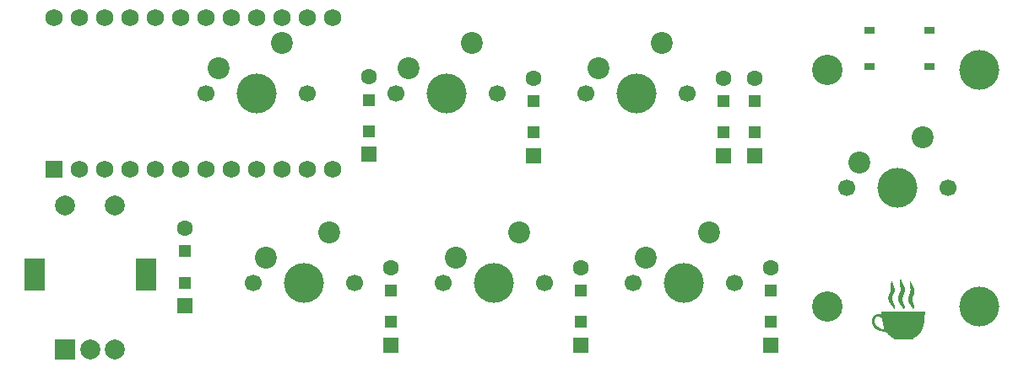
<source format=gbr>
%TF.GenerationSoftware,KiCad,Pcbnew,(5.99.0-2318-gf1aa7e523)*%
%TF.CreationDate,2020-10-19T15:18:08-05:00*%
%TF.ProjectId,micropa8,6d696372-6f70-4613-982e-6b696361645f,rev?*%
%TF.SameCoordinates,Original*%
%TF.FileFunction,Soldermask,Bot*%
%TF.FilePolarity,Negative*%
%FSLAX46Y46*%
G04 Gerber Fmt 4.6, Leading zero omitted, Abs format (unit mm)*
G04 Created by KiCad (PCBNEW (5.99.0-2318-gf1aa7e523)) date 2020-10-19 15:18:08*
%MOMM*%
%LPD*%
G01*
G04 APERTURE LIST*
%ADD10C,1.752600*%
%ADD11R,1.752600X1.752600*%
%ADD12C,1.700000*%
%ADD13C,4.000000*%
%ADD14C,2.200000*%
%ADD15C,1.600000*%
%ADD16R,1.600000X1.600000*%
%ADD17R,1.200000X1.200000*%
%ADD18C,2.000000*%
%ADD19R,2.000000X3.200000*%
%ADD20R,2.000000X2.000000*%
%ADD21C,3.050000*%
%ADD22R,0.998220X0.698500*%
G04 APERTURE END LIST*
%TO.C,G\u002A\u002A\u002A*%
G36*
X114818371Y-52232585D02*
G01*
X114837238Y-52246878D01*
X114855387Y-52273051D01*
X114872610Y-52310945D01*
X114892303Y-52361285D01*
X114910970Y-52405731D01*
X114929806Y-52446447D01*
X114950508Y-52486919D01*
X114974778Y-52530631D01*
X115004314Y-52581068D01*
X115043166Y-52647847D01*
X115085120Y-52725010D01*
X115119728Y-52795803D01*
X115147512Y-52861790D01*
X115168993Y-52924533D01*
X115184693Y-52985597D01*
X115195135Y-53046546D01*
X115200840Y-53108943D01*
X115202330Y-53174353D01*
X115202199Y-53187552D01*
X115200478Y-53242972D01*
X115196561Y-53294805D01*
X115190003Y-53345157D01*
X115180358Y-53396135D01*
X115167180Y-53449845D01*
X115150024Y-53508394D01*
X115128443Y-53573889D01*
X115101992Y-53648435D01*
X115083414Y-53700132D01*
X115065918Y-53751228D01*
X115052241Y-53795316D01*
X115041918Y-53834773D01*
X115034484Y-53871975D01*
X115029476Y-53909296D01*
X115026431Y-53949114D01*
X115024882Y-53993803D01*
X115024367Y-54045739D01*
X115024370Y-54077690D01*
X115024852Y-54121515D01*
X115026040Y-54156748D01*
X115028070Y-54185722D01*
X115031075Y-54210772D01*
X115035190Y-54234231D01*
X115045196Y-54279026D01*
X115060140Y-54336761D01*
X115077613Y-54397357D01*
X115096311Y-54456313D01*
X115114928Y-54509132D01*
X115120781Y-54524933D01*
X115134235Y-54562560D01*
X115147531Y-54601202D01*
X115158495Y-54634597D01*
X115177621Y-54695061D01*
X115160849Y-54838467D01*
X115154599Y-54889608D01*
X115148361Y-54933991D01*
X115142227Y-54968675D01*
X115135786Y-54995019D01*
X115128625Y-55014386D01*
X115120335Y-55028138D01*
X115110505Y-55037635D01*
X115098722Y-55044241D01*
X115085835Y-55049832D01*
X115077029Y-55051986D01*
X115068330Y-55049766D01*
X115053968Y-55043013D01*
X115043854Y-55036986D01*
X115028793Y-55022240D01*
X115014399Y-54999916D01*
X114999751Y-54968479D01*
X114983926Y-54926396D01*
X114981208Y-54918753D01*
X114967413Y-54883731D01*
X114950545Y-54846796D01*
X114929866Y-54806628D01*
X114904640Y-54761910D01*
X114874129Y-54711321D01*
X114837595Y-54653544D01*
X114794301Y-54587259D01*
X114776629Y-54560499D01*
X114747635Y-54516341D01*
X114724109Y-54479924D01*
X114705118Y-54449591D01*
X114689734Y-54423685D01*
X114677023Y-54400550D01*
X114666056Y-54378530D01*
X114655901Y-54355967D01*
X114645627Y-54331205D01*
X114634303Y-54302587D01*
X114619062Y-54262463D01*
X114601095Y-54210060D01*
X114588195Y-54163936D01*
X114579755Y-54121415D01*
X114575165Y-54079819D01*
X114573817Y-54036469D01*
X114573859Y-54029059D01*
X114575338Y-53987427D01*
X114579162Y-53945318D01*
X114585663Y-53901380D01*
X114595172Y-53854258D01*
X114608021Y-53802600D01*
X114624542Y-53745051D01*
X114645066Y-53680258D01*
X114669925Y-53606867D01*
X114699450Y-53523525D01*
X114701692Y-53517296D01*
X114730163Y-53437312D01*
X114754261Y-53367716D01*
X114774267Y-53307525D01*
X114790463Y-53255755D01*
X114803131Y-53211426D01*
X114812553Y-53173553D01*
X114819011Y-53141155D01*
X114822787Y-53113248D01*
X114824162Y-53088851D01*
X114823008Y-53070610D01*
X114819150Y-53042750D01*
X114813180Y-53010163D01*
X114805712Y-52976591D01*
X114800266Y-52954120D01*
X114785192Y-52890140D01*
X114771344Y-52828758D01*
X114759116Y-52771843D01*
X114748902Y-52721262D01*
X114741097Y-52678885D01*
X114736094Y-52646579D01*
X114734583Y-52633615D01*
X114731568Y-52590730D01*
X114730742Y-52543761D01*
X114731910Y-52494534D01*
X114734877Y-52444875D01*
X114739446Y-52396611D01*
X114745424Y-52351569D01*
X114752616Y-52311573D01*
X114760825Y-52278451D01*
X114769857Y-52254029D01*
X114779517Y-52240134D01*
X114798999Y-52230334D01*
X114818371Y-52232585D01*
G37*
G36*
X112978627Y-52233470D02*
G01*
X112989832Y-52245238D01*
X112999992Y-52267276D01*
X113009374Y-52300279D01*
X113018244Y-52344944D01*
X113022315Y-52368041D01*
X113026892Y-52391666D01*
X113031912Y-52414080D01*
X113037881Y-52436874D01*
X113045306Y-52461637D01*
X113054693Y-52489962D01*
X113066549Y-52523438D01*
X113081381Y-52563656D01*
X113099695Y-52612206D01*
X113121998Y-52670679D01*
X113122073Y-52670873D01*
X113146803Y-52736163D01*
X113167213Y-52791706D01*
X113183766Y-52839144D01*
X113196929Y-52880120D01*
X113207167Y-52916279D01*
X113214945Y-52949261D01*
X113220729Y-52980712D01*
X113224983Y-53012273D01*
X113228173Y-53045588D01*
X113230490Y-53087267D01*
X113230117Y-53135005D01*
X113226040Y-53182776D01*
X113217887Y-53232092D01*
X113205287Y-53284469D01*
X113187866Y-53341419D01*
X113165252Y-53404457D01*
X113137074Y-53475095D01*
X113102959Y-53554849D01*
X113100590Y-53560259D01*
X113072423Y-53626124D01*
X113049637Y-53683101D01*
X113031734Y-53733020D01*
X113018217Y-53777706D01*
X113008590Y-53818987D01*
X113002355Y-53858691D01*
X112999017Y-53898646D01*
X112998078Y-53940679D01*
X112998218Y-53954343D01*
X113001418Y-54012763D01*
X113009140Y-54071751D01*
X113021794Y-54132641D01*
X113039788Y-54196768D01*
X113063533Y-54265466D01*
X113093437Y-54340069D01*
X113129909Y-54421914D01*
X113173359Y-54512333D01*
X113190814Y-54547915D01*
X113210279Y-54588309D01*
X113227804Y-54625430D01*
X113242485Y-54657336D01*
X113253419Y-54682085D01*
X113259700Y-54697735D01*
X113263645Y-54709895D01*
X113270991Y-54741019D01*
X113275125Y-54775755D01*
X113276136Y-54816206D01*
X113274110Y-54864475D01*
X113269136Y-54922667D01*
X113267606Y-54937682D01*
X113263421Y-54975296D01*
X113259466Y-55003328D01*
X113255250Y-55023836D01*
X113250279Y-55038880D01*
X113244061Y-55050519D01*
X113236104Y-55060812D01*
X113224318Y-55068270D01*
X113203171Y-55071628D01*
X113200342Y-55071562D01*
X113184158Y-55067924D01*
X113169470Y-55057740D01*
X113155160Y-55039648D01*
X113140108Y-55012285D01*
X113123194Y-54974289D01*
X113109295Y-54942646D01*
X113092769Y-54908816D01*
X113073436Y-54872912D01*
X113050612Y-54833836D01*
X113023612Y-54790492D01*
X112991753Y-54741784D01*
X112954350Y-54686614D01*
X112910721Y-54623886D01*
X112860181Y-54552503D01*
X112840802Y-54525173D01*
X112801542Y-54468603D01*
X112768282Y-54418599D01*
X112739741Y-54373080D01*
X112714641Y-54329964D01*
X112691702Y-54287171D01*
X112669644Y-54242619D01*
X112646237Y-54190680D01*
X112616626Y-54110899D01*
X112597012Y-54035014D01*
X112587108Y-53961364D01*
X112586626Y-53888289D01*
X112595278Y-53814132D01*
X112595699Y-53811759D01*
X112607762Y-53759139D01*
X112626838Y-53696381D01*
X112652914Y-53623516D01*
X112685980Y-53540574D01*
X112726025Y-53447587D01*
X112739496Y-53417136D01*
X112765788Y-53356731D01*
X112787696Y-53304723D01*
X112805955Y-53259250D01*
X112821302Y-53218454D01*
X112834470Y-53180475D01*
X112846195Y-53143452D01*
X112853212Y-53116100D01*
X112858317Y-53081484D01*
X112859512Y-53043690D01*
X112856739Y-53000600D01*
X112849938Y-52950099D01*
X112839048Y-52890070D01*
X112837935Y-52884401D01*
X112826937Y-52821815D01*
X112820363Y-52767465D01*
X112818203Y-52718304D01*
X112820449Y-52671285D01*
X112827091Y-52623360D01*
X112838122Y-52571482D01*
X112845909Y-52538580D01*
X112854997Y-52499003D01*
X112863375Y-52461402D01*
X112869910Y-52430787D01*
X112874818Y-52407962D01*
X112889466Y-52350633D01*
X112905147Y-52304063D01*
X112921694Y-52268573D01*
X112938937Y-52244483D01*
X112956709Y-52232112D01*
X112974841Y-52231780D01*
X112978627Y-52233470D01*
G37*
G36*
X113855007Y-52017577D02*
G01*
X113866446Y-52024488D01*
X113876293Y-52037515D01*
X113884985Y-52057904D01*
X113892963Y-52086900D01*
X113900664Y-52125749D01*
X113908529Y-52175698D01*
X113913232Y-52206690D01*
X113918344Y-52235241D01*
X113924290Y-52261227D01*
X113931751Y-52286299D01*
X113941410Y-52312108D01*
X113953946Y-52340306D01*
X113970042Y-52372543D01*
X113990379Y-52410470D01*
X114015638Y-52455738D01*
X114046500Y-52509997D01*
X114060031Y-52534162D01*
X114082092Y-52574940D01*
X114105844Y-52620112D01*
X114129205Y-52665708D01*
X114150096Y-52707759D01*
X114153341Y-52714448D01*
X114190109Y-52794415D01*
X114219208Y-52866722D01*
X114241083Y-52932886D01*
X114256176Y-52994421D01*
X114264932Y-53052842D01*
X114267794Y-53109667D01*
X114267463Y-53136260D01*
X114265522Y-53172022D01*
X114261441Y-53206838D01*
X114254762Y-53242437D01*
X114245030Y-53280546D01*
X114231786Y-53322892D01*
X114214573Y-53371202D01*
X114192934Y-53427204D01*
X114166412Y-53492625D01*
X114154401Y-53521882D01*
X114136598Y-53565559D01*
X114119759Y-53607214D01*
X114104828Y-53644500D01*
X114092748Y-53675067D01*
X114084463Y-53696567D01*
X114066593Y-53747304D01*
X114036766Y-53854807D01*
X114018768Y-53960112D01*
X114012491Y-54063770D01*
X114012595Y-54092159D01*
X114013673Y-54125713D01*
X114016233Y-54156811D01*
X114020722Y-54187171D01*
X114027588Y-54218507D01*
X114037278Y-54252537D01*
X114050240Y-54290977D01*
X114066923Y-54335543D01*
X114087774Y-54387952D01*
X114113240Y-54449920D01*
X114128459Y-54486843D01*
X114155668Y-54554609D01*
X114177980Y-54613442D01*
X114195711Y-54664815D01*
X114209177Y-54710205D01*
X114218694Y-54751088D01*
X114224577Y-54788939D01*
X114227144Y-54825234D01*
X114226710Y-54861448D01*
X114223592Y-54899058D01*
X114218104Y-54939539D01*
X114210110Y-54986125D01*
X114201763Y-55023321D01*
X114192911Y-55050687D01*
X114183136Y-55069507D01*
X114172021Y-55081064D01*
X114169321Y-55082670D01*
X114152894Y-55088012D01*
X114133137Y-55090168D01*
X114126100Y-55089828D01*
X114105959Y-55083648D01*
X114089347Y-55068767D01*
X114075217Y-55043966D01*
X114062522Y-55008029D01*
X114054693Y-54983538D01*
X114041389Y-54949194D01*
X114024678Y-54913762D01*
X114003750Y-54875891D01*
X113977796Y-54834231D01*
X113946006Y-54787432D01*
X113907570Y-54734143D01*
X113861679Y-54673014D01*
X113790258Y-54575750D01*
X113727377Y-54482287D01*
X113674404Y-54394236D01*
X113631042Y-54311032D01*
X113596998Y-54232108D01*
X113571976Y-54156896D01*
X113555681Y-54084829D01*
X113552383Y-54056828D01*
X113550691Y-54012827D01*
X113551785Y-53961228D01*
X113554306Y-53924631D01*
X113560302Y-53877191D01*
X113569801Y-53828609D01*
X113583276Y-53777309D01*
X113601203Y-53721712D01*
X113624055Y-53660241D01*
X113652306Y-53591320D01*
X113686431Y-53513371D01*
X113708350Y-53464189D01*
X113739414Y-53393044D01*
X113765468Y-53331184D01*
X113786896Y-53277548D01*
X113804083Y-53231077D01*
X113817414Y-53190711D01*
X113827274Y-53155389D01*
X113834049Y-53124052D01*
X113838122Y-53095640D01*
X113839023Y-53081080D01*
X113837570Y-53041952D01*
X113831472Y-52992001D01*
X113820704Y-52931081D01*
X113805242Y-52859043D01*
X113785060Y-52775739D01*
X113782897Y-52767197D01*
X113768209Y-52708577D01*
X113756348Y-52659789D01*
X113746943Y-52618979D01*
X113739624Y-52584298D01*
X113734021Y-52553894D01*
X113729762Y-52525915D01*
X113726476Y-52498510D01*
X113723793Y-52469827D01*
X113722369Y-52450823D01*
X113720621Y-52397098D01*
X113723051Y-52346361D01*
X113730082Y-52295147D01*
X113742141Y-52239990D01*
X113759653Y-52177426D01*
X113768047Y-52150077D01*
X113778562Y-52116969D01*
X113787941Y-52088674D01*
X113795402Y-52067540D01*
X113800162Y-52055916D01*
X113806130Y-52046099D01*
X113821326Y-52029309D01*
X113837912Y-52018727D01*
X113852556Y-52016837D01*
X113855007Y-52017577D01*
G37*
G36*
X115930043Y-57192900D02*
G01*
X115908227Y-57234722D01*
X115855665Y-57325453D01*
X115799508Y-57408122D01*
X115737619Y-57485733D01*
X115667857Y-57561293D01*
X115657728Y-57571512D01*
X115634423Y-57594391D01*
X115611566Y-57615675D01*
X115587810Y-57636411D01*
X115561809Y-57657650D01*
X115532216Y-57680440D01*
X115497685Y-57705830D01*
X115456869Y-57734868D01*
X115408421Y-57768604D01*
X115350995Y-57808086D01*
X115319908Y-57829430D01*
X115269295Y-57864567D01*
X115227194Y-57894518D01*
X115192399Y-57920291D01*
X115163705Y-57942897D01*
X115139907Y-57963343D01*
X115119800Y-57982639D01*
X115102180Y-58001794D01*
X115085840Y-58021817D01*
X115069577Y-58043716D01*
X115059886Y-58056834D01*
X115037934Y-58083977D01*
X115017546Y-58105927D01*
X115001136Y-58119991D01*
X114995934Y-58123454D01*
X114979267Y-58132597D01*
X114963945Y-58135729D01*
X114943549Y-58134464D01*
X114939655Y-58134226D01*
X114923380Y-58133800D01*
X114895893Y-58133390D01*
X114857934Y-58132999D01*
X114810247Y-58132630D01*
X114753571Y-58132286D01*
X114688648Y-58131970D01*
X114616221Y-58131685D01*
X114537030Y-58131434D01*
X114451817Y-58131221D01*
X114361323Y-58131049D01*
X114266291Y-58130920D01*
X114167461Y-58130838D01*
X114065574Y-58130805D01*
X113218500Y-58130752D01*
X113204751Y-58097580D01*
X113201216Y-58089395D01*
X113189848Y-58067420D01*
X113175801Y-58047132D01*
X113157855Y-58027549D01*
X113134792Y-58007686D01*
X113105391Y-57986560D01*
X113068434Y-57963187D01*
X113022701Y-57936584D01*
X112966973Y-57905767D01*
X112941071Y-57891544D01*
X112908285Y-57873169D01*
X112879062Y-57856390D01*
X112855849Y-57842616D01*
X112841093Y-57833256D01*
X112834541Y-57828624D01*
X112796723Y-57797879D01*
X112754422Y-57757452D01*
X112708697Y-57708408D01*
X112660605Y-57651810D01*
X112660228Y-57651347D01*
X112606170Y-57586877D01*
X112556697Y-57532085D01*
X112510413Y-57485845D01*
X112465920Y-57447031D01*
X112421821Y-57414518D01*
X112376718Y-57387180D01*
X112329215Y-57363892D01*
X112277914Y-57343528D01*
X112260132Y-57338014D01*
X112234117Y-57331722D01*
X112200122Y-57324939D01*
X112157068Y-57317467D01*
X112103879Y-57309107D01*
X112039474Y-57299662D01*
X112020180Y-57296888D01*
X111971468Y-57289731D01*
X111925745Y-57282806D01*
X111884861Y-57276406D01*
X111850668Y-57270823D01*
X111825016Y-57266352D01*
X111809756Y-57263284D01*
X111784183Y-57256246D01*
X111741820Y-57241833D01*
X111690743Y-57221756D01*
X111630334Y-57195769D01*
X111559973Y-57163623D01*
X111528165Y-57148729D01*
X111480426Y-57126149D01*
X111441596Y-57107289D01*
X111410185Y-57091255D01*
X111384703Y-57077157D01*
X111363659Y-57064102D01*
X111345563Y-57051199D01*
X111328924Y-57037555D01*
X111312253Y-57022279D01*
X111294059Y-57004479D01*
X111237024Y-56942772D01*
X111169835Y-56855079D01*
X111111175Y-56760399D01*
X111061554Y-56660100D01*
X111021478Y-56555551D01*
X110991455Y-56448121D01*
X110971993Y-56339179D01*
X110967641Y-56282614D01*
X111215762Y-56282614D01*
X111226441Y-56364246D01*
X111248993Y-56445141D01*
X111283157Y-56524421D01*
X111328674Y-56601210D01*
X111337223Y-56613694D01*
X111354432Y-56637835D01*
X111371144Y-56659385D01*
X111389699Y-56681146D01*
X111412437Y-56705918D01*
X111441699Y-56736503D01*
X111504174Y-56795668D01*
X111589180Y-56862506D01*
X111681359Y-56921800D01*
X111778885Y-56972619D01*
X111879931Y-57014031D01*
X111982671Y-57045102D01*
X112085277Y-57064903D01*
X112103785Y-57067292D01*
X112133320Y-57070630D01*
X112158677Y-57072946D01*
X112175833Y-57073843D01*
X112201498Y-57073963D01*
X112164504Y-56965075D01*
X112160767Y-56954000D01*
X112141862Y-56895381D01*
X112124094Y-56835427D01*
X112107091Y-56772576D01*
X112090481Y-56705265D01*
X112073892Y-56631931D01*
X112056953Y-56551012D01*
X112039292Y-56460945D01*
X112020536Y-56360168D01*
X112018259Y-56347679D01*
X112007091Y-56286799D01*
X111995748Y-56225510D01*
X111984624Y-56165908D01*
X111974113Y-56110087D01*
X111964610Y-56060145D01*
X111956509Y-56018175D01*
X111950203Y-55986275D01*
X111927150Y-55871944D01*
X111865617Y-55867755D01*
X111854817Y-55866906D01*
X111822471Y-55863609D01*
X111783596Y-55858893D01*
X111742156Y-55853256D01*
X111702114Y-55847197D01*
X111671002Y-55842582D01*
X111614440Y-55835706D01*
X111557924Y-55830496D01*
X111507442Y-55827554D01*
X111414741Y-55824282D01*
X111383133Y-55857383D01*
X111378060Y-55862742D01*
X111322497Y-55929014D01*
X111278865Y-55996991D01*
X111246790Y-56067477D01*
X111225902Y-56141275D01*
X111215829Y-56219190D01*
X111215762Y-56282614D01*
X110967641Y-56282614D01*
X110963600Y-56230095D01*
X110966784Y-56122236D01*
X110975278Y-56051740D01*
X110994423Y-55962192D01*
X111022241Y-55881414D01*
X111058790Y-55809327D01*
X111104130Y-55745852D01*
X111158319Y-55690910D01*
X111221416Y-55644422D01*
X111293481Y-55606310D01*
X111374571Y-55576495D01*
X111379335Y-55575073D01*
X111421041Y-55563584D01*
X111458170Y-55555668D01*
X111494941Y-55550741D01*
X111535572Y-55548222D01*
X111584283Y-55547528D01*
X111633018Y-55548550D01*
X111704975Y-55554168D01*
X111778595Y-55565185D01*
X111858298Y-55582157D01*
X111882027Y-55587518D01*
X111905469Y-55592082D01*
X111922111Y-55594462D01*
X111929366Y-55594221D01*
X111931500Y-55587752D01*
X111932774Y-55570675D01*
X111932636Y-55545893D01*
X111931170Y-55515919D01*
X111928460Y-55483268D01*
X111924589Y-55450452D01*
X111920168Y-55407639D01*
X111920029Y-55369691D01*
X111924893Y-55342304D01*
X111934729Y-55325862D01*
X111935839Y-55325180D01*
X111938533Y-55324310D01*
X111942951Y-55323496D01*
X111949470Y-55322737D01*
X111958472Y-55322031D01*
X111970337Y-55321376D01*
X111985443Y-55320773D01*
X112004171Y-55320218D01*
X112026902Y-55319710D01*
X112054014Y-55319249D01*
X112085888Y-55318832D01*
X112122903Y-55318457D01*
X112165440Y-55318125D01*
X112213879Y-55317832D01*
X112268599Y-55317577D01*
X112329981Y-55317360D01*
X112398404Y-55317178D01*
X112474248Y-55317030D01*
X112557893Y-55316915D01*
X112649719Y-55316830D01*
X112750106Y-55316775D01*
X112859434Y-55316748D01*
X112978083Y-55316748D01*
X113106432Y-55316772D01*
X113244862Y-55316820D01*
X113393752Y-55316891D01*
X113553483Y-55316981D01*
X113724434Y-55317091D01*
X113906986Y-55317219D01*
X114101518Y-55317362D01*
X116256810Y-55318985D01*
X116256802Y-55397703D01*
X116256695Y-55417427D01*
X116255334Y-55479835D01*
X116252532Y-55551740D01*
X116248444Y-55631117D01*
X116243226Y-55715942D01*
X116237033Y-55804190D01*
X116230020Y-55893837D01*
X116222344Y-55982857D01*
X116214160Y-56069227D01*
X116205623Y-56150922D01*
X116196889Y-56225917D01*
X116188112Y-56292187D01*
X116167278Y-56425267D01*
X116138847Y-56574730D01*
X116106363Y-56714218D01*
X116069534Y-56844757D01*
X116028066Y-56967368D01*
X115985320Y-57073963D01*
X115981667Y-57083075D01*
X115930043Y-57192900D01*
G37*
%TD*%
D10*
%TO.C,U1*%
X28892500Y-25717500D03*
X56832500Y-40957500D03*
X31432500Y-25717500D03*
X33972500Y-25717500D03*
X36512500Y-25717500D03*
X39052500Y-25717500D03*
X41592500Y-25717500D03*
X44132500Y-25717500D03*
X46672500Y-25717500D03*
X49212500Y-25717500D03*
X51752500Y-25717500D03*
X54292500Y-25717500D03*
X56832500Y-25717500D03*
X54292500Y-40957500D03*
X51752500Y-40957500D03*
X49212500Y-40957500D03*
X46672500Y-40957500D03*
X44132500Y-40957500D03*
X41592500Y-40957500D03*
X39052500Y-40957500D03*
X36512500Y-40957500D03*
X33972500Y-40957500D03*
X31432500Y-40957500D03*
D11*
X28892500Y-40957500D03*
%TD*%
D12*
%TO.C,MX5*%
X59055000Y-52387500D03*
X48895000Y-52387500D03*
D13*
X53975000Y-52387500D03*
D14*
X50165000Y-49847500D03*
X56515000Y-47307500D03*
%TD*%
D15*
%TO.C,D8*%
X42056250Y-46912500D03*
D16*
X42056250Y-54712500D03*
D17*
X42056250Y-52387500D03*
X42056250Y-49237500D03*
%TD*%
D15*
%TO.C,D7*%
X100806250Y-50868750D03*
D16*
X100806250Y-58668750D03*
D17*
X100806250Y-56343750D03*
X100806250Y-53193750D03*
%TD*%
D15*
%TO.C,D6*%
X81756250Y-50868750D03*
D16*
X81756250Y-58668750D03*
D17*
X81756250Y-56343750D03*
X81756250Y-53193750D03*
%TD*%
D15*
%TO.C,D5*%
X62706250Y-50868750D03*
D16*
X62706250Y-58668750D03*
D17*
X62706250Y-56343750D03*
X62706250Y-53193750D03*
%TD*%
D15*
%TO.C,D4*%
X99218750Y-31818750D03*
D16*
X99218750Y-39618750D03*
D17*
X99218750Y-37293750D03*
X99218750Y-34143750D03*
%TD*%
D15*
%TO.C,D3*%
X96043750Y-31818750D03*
D16*
X96043750Y-39618750D03*
D17*
X96043750Y-37293750D03*
X96043750Y-34143750D03*
%TD*%
D15*
%TO.C,D2*%
X76993750Y-31818750D03*
D16*
X76993750Y-39618750D03*
D17*
X76993750Y-37293750D03*
X76993750Y-34143750D03*
%TD*%
D15*
%TO.C,D1*%
X60520000Y-31685000D03*
D16*
X60520000Y-39485000D03*
D17*
X60520000Y-37160000D03*
X60520000Y-34010000D03*
%TD*%
D18*
%TO.C,SW3-1*%
X35043750Y-44593750D03*
X30043750Y-44593750D03*
D19*
X38143750Y-51593750D03*
X26943750Y-51593750D03*
D18*
X35043750Y-59093750D03*
X32543750Y-59093750D03*
D20*
X30043750Y-59093750D03*
%TD*%
D21*
%TO.C,MX4*%
X106506250Y-30962500D03*
X106506250Y-54762500D03*
D13*
X121746250Y-54762500D03*
X121746250Y-30962500D03*
D12*
X118586250Y-42862500D03*
X108426250Y-42862500D03*
D13*
X113506250Y-42862500D03*
D14*
X109696250Y-40322500D03*
X116046250Y-37782500D03*
%TD*%
D22*
%TO.C,SW1*%
X110681770Y-30685740D03*
X116681250Y-30685740D03*
X110681770Y-26987500D03*
X116681250Y-26987500D03*
%TD*%
D12*
%TO.C,MX7*%
X97155000Y-52387500D03*
X86995000Y-52387500D03*
D13*
X92075000Y-52387500D03*
D14*
X88265000Y-49847500D03*
X94615000Y-47307500D03*
%TD*%
D12*
%TO.C,MX6*%
X78105000Y-52387500D03*
X67945000Y-52387500D03*
D13*
X73025000Y-52387500D03*
D14*
X69215000Y-49847500D03*
X75565000Y-47307500D03*
%TD*%
D12*
%TO.C,MX3*%
X92392500Y-33337500D03*
X82232500Y-33337500D03*
D13*
X87312500Y-33337500D03*
D14*
X83502500Y-30797500D03*
X89852500Y-28257500D03*
%TD*%
D12*
%TO.C,MX2*%
X73342500Y-33337500D03*
X63182500Y-33337500D03*
D13*
X68262500Y-33337500D03*
D14*
X64452500Y-30797500D03*
X70802500Y-28257500D03*
%TD*%
D12*
%TO.C,MX1*%
X54292500Y-33337500D03*
X44132500Y-33337500D03*
D13*
X49212500Y-33337500D03*
D14*
X45402500Y-30797500D03*
X51752500Y-28257500D03*
%TD*%
M02*

</source>
